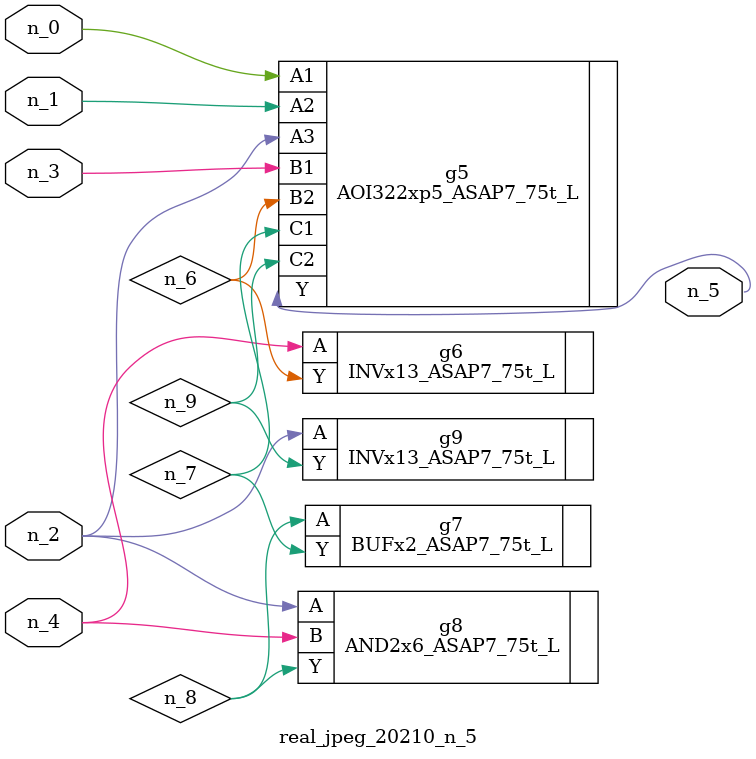
<source format=v>
module real_jpeg_20210_n_5 (n_4, n_0, n_1, n_2, n_3, n_5);

input n_4;
input n_0;
input n_1;
input n_2;
input n_3;

output n_5;

wire n_8;
wire n_6;
wire n_7;
wire n_9;

AOI322xp5_ASAP7_75t_L g5 ( 
.A1(n_0),
.A2(n_1),
.A3(n_2),
.B1(n_3),
.B2(n_6),
.C1(n_7),
.C2(n_9),
.Y(n_5)
);

AND2x6_ASAP7_75t_L g8 ( 
.A(n_2),
.B(n_4),
.Y(n_8)
);

INVx13_ASAP7_75t_L g9 ( 
.A(n_2),
.Y(n_9)
);

INVx13_ASAP7_75t_L g6 ( 
.A(n_4),
.Y(n_6)
);

BUFx2_ASAP7_75t_L g7 ( 
.A(n_8),
.Y(n_7)
);


endmodule
</source>
